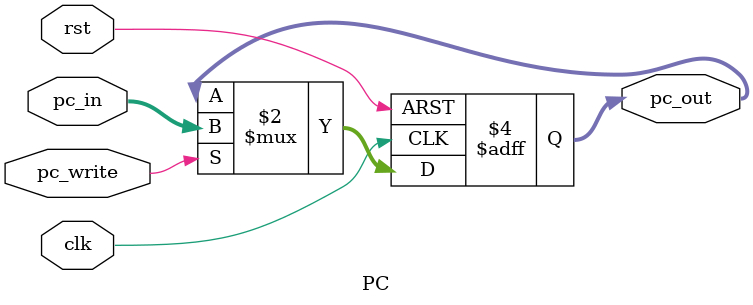
<source format=v>
`timescale 1ns / 1ps

module processor_top(
    input         clk,
    input         rst,
    output [9:0]  instr_addr,
    input  [31:0] instr,
    input         ins_we,
    output [9:0]  data_addr,
    inout  [31:0] data,
    input         data_we,
    output [31:0] out,
    output [31:0] hi,lo,
    output        done
);

  wire [31:0] PC;
  reg [31:0] PC_next;
 // assign PC_next = pp_next;
  reg         pc_write;
  PC u_pc (
    .clk      (clk),
    .rst      (rst),
    .pc_write (pc_write),
    .pc_in    (PC_next),
    .pc_out   (PC)
  );
  assign instr_addr = PC[9:0];

  wire [31:0] im_instr;
  dist_mem_gen_1 imem (
    .clk   (clk),
    .we    (ins_we),
    .a     (instr_addr),
    .d     (instr),
    .dpra  (PC[9:0]),
    .dpo   (im_instr)
  );

  wire [3:0]  ALU_Con;
  wire [1:0]  RegDst, ALUSrc, MemtoReg;
  wire        RegWrite, MemWrite, Branch, Jump;
  ControlUnit cu (
    .opcode   (im_instr[31:26]),
    .funct    (im_instr[5:0]),
    .ALU_Con  (ALU_Con),
    .RegDst   (RegDst),
    .ALUSrc   (ALUSrc),
    .MemtoReg (MemtoReg),
    .RegWrite (RegWrite),
    .MemWrite (MemWrite),
    .Branch   (Branch),
    .Jump     (Jump),
    .done     (done)
  );

  wire [4:0]  rf_ra1 = im_instr[25:21];
  wire [4:0]  rf_ra2 = im_instr[20:16];
  reg  [4:0]  rf_wa;
  wire [31:0] rf_rd1, rf_rd2;

  always @(*) begin
    case(RegDst)
      2'b00: rf_wa = im_instr[20:16]; // rt
      2'b01: rf_wa = im_instr[15:11]; // rd
      2'b10: rf_wa = 5'd31;           // link
      default: rf_wa = 5'd0;
    endcase
  end

  wire [31:0] imm   = {{16{im_instr[15]}}, im_instr[15:0]};
  wire [31:0] shmt  = {27'b0, im_instr[10:6]};

  reg [31:0] alu_b;
  always @(*) begin
    case(ALUSrc)
      2'b00: alu_b = rf_rd2;
      2'b01: alu_b = imm;
      2'b10: alu_b = shmt;
      default: alu_b = 32'b0;
    endcase
  end

  wire [31:0] alu_out;
  wire        alu_zero;
  ALU alu_unit (
    .opcode    (im_instr[31:26]),
    .funct     (im_instr[5:0]),
    .A         (rf_rd1),
    .B         (alu_b),
    .Immediate (imm),
    .Shamt     (im_instr[10:6]),
    .PC        (PC),
    .Result    (alu_out),
    .Zero      (alu_zero),
    .hi        (hi),
    .lo        (lo),
    .Overflow  ()
  );

  assign data_addr = alu_out[9:0];
  wire [31:0] dm_data;
  dist_mem_gen_0 dmem (
    .clk  (clk),
    .we   (MemWrite),
    .a    (alu_out[9:0]),
    .d    (rf_rd2),
    .dpra (data_addr),
    .dpo  (dm_data)
  );

  wire [31:0] rf_wd = (MemtoReg==2'b01) ? dm_data :       // load
                      (MemtoReg==2'b10) ? PC + 32'd1 :    // jal
                                          alu_out;        // ALU

  gpr regs (
    .clk        (clk),
    .reset      (rst),
    .reg_write  (RegWrite),
    .rs1        (rf_ra1),
    .rs2        (rf_ra2),
    .write_reg  (rf_wa),
    .write_data (rf_wd),
    .rd1        (rf_rd1),
    .rd2        (rf_rd2)
  );

  wire [31:0] pc_plus4   = PC + 32'd1;
  wire [31:0] branch_off = pc_plus4 + {{14{im_instr[15]}}, im_instr[15:0]};
  wire [31:0] jump_tgt   = {pc_plus4[31:28], im_instr[25:0], 2'b00};
  always @(*) begin
    pc_write = 1'b1;
    if (Branch && alu_zero)
      PC_next = branch_off;
    else if (Jump)
      PC_next = jump_tgt;
    else
      PC_next = pc_plus4;
  end

endmodule
module PC(
    input          clk,
    input          rst,
    input          pc_write,
    input  [31:0]  pc_in,
    output reg [31:0] pc_out
);
  always @(posedge clk or posedge rst) begin
    if (rst)         pc_out <= 32'b0;
    else if (pc_write) pc_out <= pc_in;
  end
endmodule
</source>
